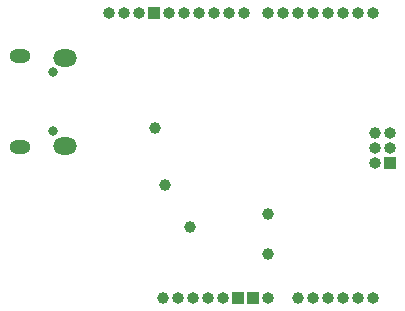
<source format=gbs>
G04 #@! TF.GenerationSoftware,KiCad,Pcbnew,7.0.7*
G04 #@! TF.CreationDate,2023-10-21T10:48:55+02:00*
G04 #@! TF.ProjectId,halfduino,68616c66-6475-4696-9e6f-2e6b69636164,rev?*
G04 #@! TF.SameCoordinates,Original*
G04 #@! TF.FileFunction,Soldermask,Bot*
G04 #@! TF.FilePolarity,Negative*
%FSLAX46Y46*%
G04 Gerber Fmt 4.6, Leading zero omitted, Abs format (unit mm)*
G04 Created by KiCad (PCBNEW 7.0.7) date 2023-10-21 10:48:55*
%MOMM*%
%LPD*%
G01*
G04 APERTURE LIST*
%ADD10C,1.000000*%
%ADD11O,1.000000X1.000000*%
%ADD12R,1.000000X1.000000*%
%ADD13O,0.800000X0.800000*%
%ADD14O,1.800000X1.150000*%
%ADD15O,2.000000X1.450000*%
G04 APERTURE END LIST*
D10*
X97790000Y-86360000D03*
D11*
X99060000Y-86360000D03*
X100330000Y-86360000D03*
X101600000Y-86360000D03*
X102870000Y-86360000D03*
D12*
X104140000Y-86360000D03*
X105410000Y-86360000D03*
D11*
X106680000Y-86360000D03*
X93218000Y-62230000D03*
X94488000Y-62230000D03*
X95758000Y-62230000D03*
D12*
X97028000Y-62230000D03*
D11*
X98298000Y-62230000D03*
X99568000Y-62230000D03*
X100838000Y-62230000D03*
X102108000Y-62230000D03*
X103378000Y-62230000D03*
X104648000Y-62230000D03*
D10*
X115697000Y-72390000D03*
D11*
X116967000Y-72390000D03*
X115697000Y-73660000D03*
X116967000Y-73660000D03*
X115697000Y-74930000D03*
D12*
X116967000Y-74930000D03*
D10*
X109220000Y-86360000D03*
D11*
X110490000Y-86360000D03*
X111760000Y-86360000D03*
X113030000Y-86360000D03*
X114300000Y-86360000D03*
X115570000Y-86360000D03*
D13*
X88430000Y-67265000D03*
X88430000Y-72265000D03*
D14*
X85680000Y-65890000D03*
D15*
X89480000Y-66040000D03*
X89480000Y-73490000D03*
D14*
X85680000Y-73640000D03*
D11*
X106680000Y-62230000D03*
X107950000Y-62230000D03*
X109220000Y-62230000D03*
X110490000Y-62230000D03*
X111760000Y-62230000D03*
X113030000Y-62230000D03*
X114300000Y-62230000D03*
X115570000Y-62230000D03*
D10*
X97917000Y-76835000D03*
X97091000Y-72009000D03*
X106680000Y-82677000D03*
X106680000Y-79248000D03*
X100076000Y-80391000D03*
M02*

</source>
